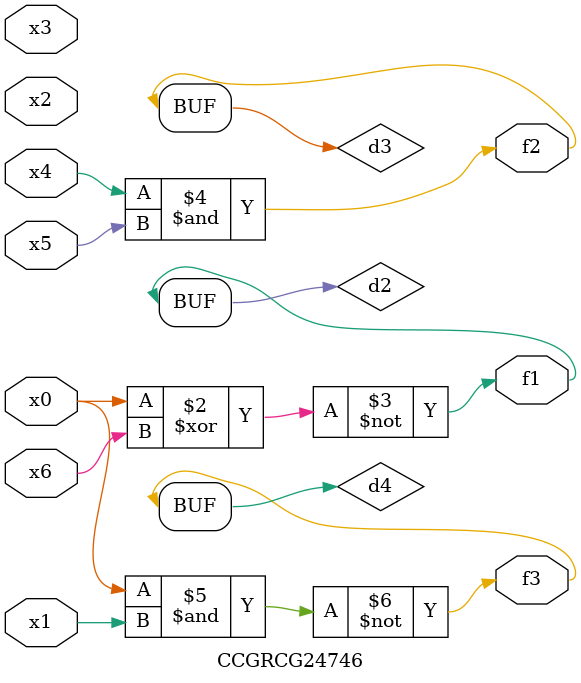
<source format=v>
module CCGRCG24746(
	input x0, x1, x2, x3, x4, x5, x6,
	output f1, f2, f3
);

	wire d1, d2, d3, d4;

	nor (d1, x0);
	xnor (d2, x0, x6);
	and (d3, x4, x5);
	nand (d4, x0, x1);
	assign f1 = d2;
	assign f2 = d3;
	assign f3 = d4;
endmodule

</source>
